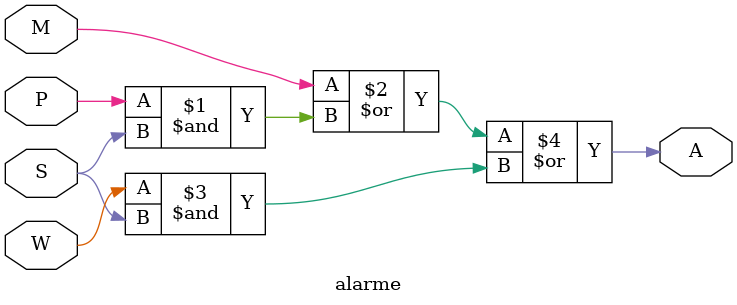
<source format=v>
module alarme(P, W, M, S, A);

    input P, W, M, S;
    output A;

    assign A = M | (P & S) | (W & S);

endmodule
</source>
